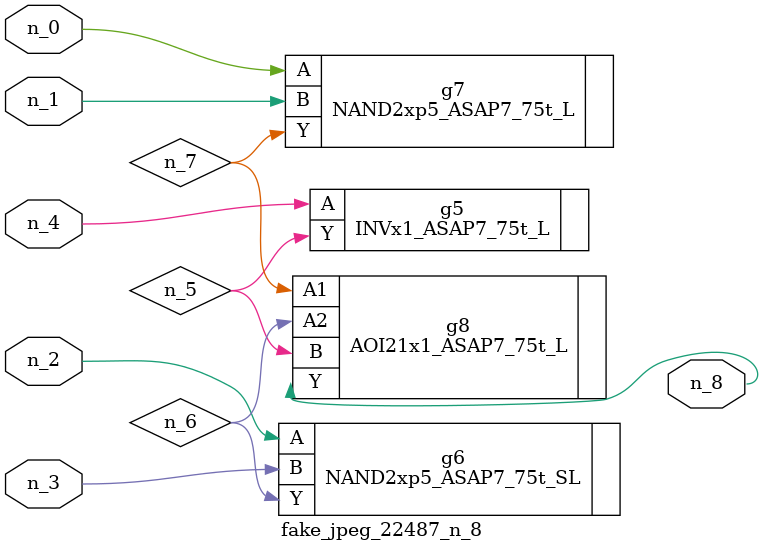
<source format=v>
module fake_jpeg_22487_n_8 (n_3, n_2, n_1, n_0, n_4, n_8);

input n_3;
input n_2;
input n_1;
input n_0;
input n_4;

output n_8;

wire n_6;
wire n_5;
wire n_7;

INVx1_ASAP7_75t_L g5 ( 
.A(n_4),
.Y(n_5)
);

NAND2xp5_ASAP7_75t_SL g6 ( 
.A(n_2),
.B(n_3),
.Y(n_6)
);

NAND2xp5_ASAP7_75t_L g7 ( 
.A(n_0),
.B(n_1),
.Y(n_7)
);

AOI21x1_ASAP7_75t_L g8 ( 
.A1(n_7),
.A2(n_6),
.B(n_5),
.Y(n_8)
);


endmodule
</source>
